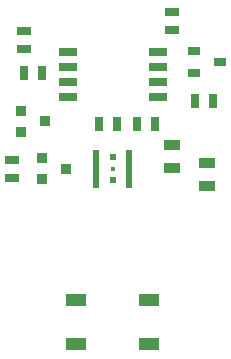
<source format=gtp>
G04 (created by PCBNEW (2013-feb-21)-testing) date Mon 25 Feb 2013 07:42:26 PM EST*
%MOIN*%
G04 Gerber Fmt 3.4, Leading zero omitted, Abs format*
%FSLAX34Y34*%
G01*
G70*
G90*
G04 APERTURE LIST*
%ADD10C,0.006*%
%ADD11R,0.0708661X0.0433071*%
%ADD12R,0.036X0.036*%
%ADD13R,0.0394X0.0315*%
%ADD14R,0.055X0.035*%
%ADD15R,0.045X0.025*%
%ADD16R,0.025X0.045*%
%ADD17R,0.06X0.03*%
%ADD18R,0.0197X0.1299*%
%ADD19R,0.023622X0.023622*%
%ADD20R,0.015748X0.015748*%
G04 APERTURE END LIST*
G54D10*
G54D11*
X38149Y-43759D03*
X40590Y-43759D03*
X40590Y-45216D03*
X38149Y-45216D03*
G54D12*
X37001Y-39720D03*
X37001Y-39020D03*
X37801Y-39370D03*
G54D13*
X42952Y-35826D03*
X42086Y-36201D03*
X42086Y-35451D03*
G54D14*
X42519Y-39191D03*
X42519Y-39941D03*
X41338Y-38601D03*
X41338Y-39351D03*
G54D15*
X41338Y-34748D03*
X41338Y-34148D03*
G54D16*
X42121Y-37106D03*
X42721Y-37106D03*
G54D17*
X37870Y-35470D03*
X37870Y-35970D03*
X37870Y-36470D03*
X37870Y-36970D03*
X40870Y-35470D03*
X40870Y-35970D03*
X40870Y-36470D03*
X40870Y-36970D03*
G54D15*
X36023Y-39670D03*
X36023Y-39070D03*
X36400Y-35400D03*
X36400Y-34800D03*
G54D16*
X38912Y-37874D03*
X39512Y-37874D03*
X40772Y-37874D03*
X40172Y-37874D03*
G54D12*
X36300Y-38150D03*
X36300Y-37450D03*
X37100Y-37800D03*
G54D16*
X36400Y-36200D03*
X37000Y-36200D03*
G54D18*
X38819Y-39370D03*
X39921Y-39370D03*
G54D19*
X39370Y-38976D03*
X39370Y-39763D03*
G54D20*
X39370Y-39370D03*
M02*

</source>
